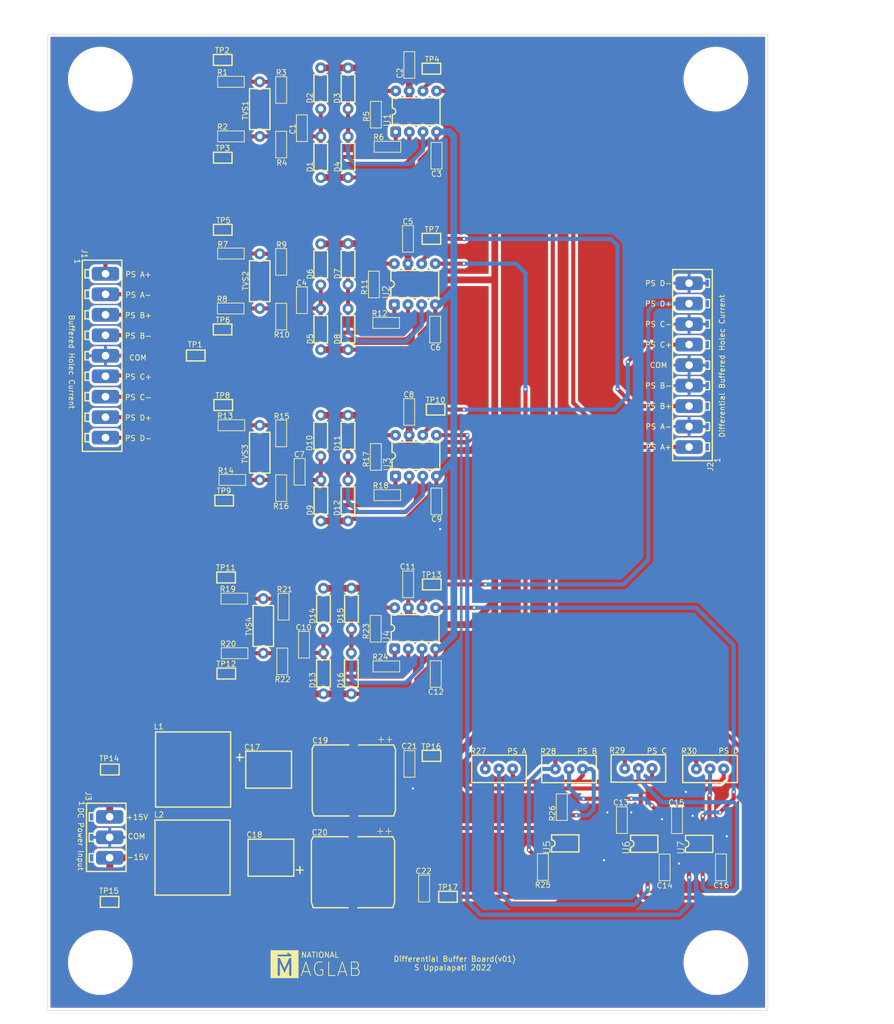
<source format=kicad_pcb>
(kicad_pcb (version 20211014) (generator pcbnew)

  (general
    (thickness 1.6)
  )

  (paper "C")
  (title_block
    (title "Differential Buffer Board")
    (date "10/21/2022")
    (rev "v01")
    (company "NHMFL")
    (comment 1 "Sujana Uppalapati")
  )

  (layers
    (0 "F.Cu" signal)
    (31 "B.Cu" signal)
    (32 "B.Adhes" user "B.Adhesive")
    (33 "F.Adhes" user "F.Adhesive")
    (34 "B.Paste" user)
    (35 "F.Paste" user)
    (36 "B.SilkS" user "B.Silkscreen")
    (37 "F.SilkS" user "F.Silkscreen")
    (38 "B.Mask" user)
    (39 "F.Mask" user)
    (40 "Dwgs.User" user "User.Drawings")
    (41 "Cmts.User" user "User.Comments")
    (42 "Eco1.User" user "User.Eco1")
    (43 "Eco2.User" user "User.Eco2")
    (44 "Edge.Cuts" user)
    (45 "Margin" user)
    (46 "B.CrtYd" user "B.Courtyard")
    (47 "F.CrtYd" user "F.Courtyard")
    (48 "B.Fab" user)
    (49 "F.Fab" user)
    (50 "User.1" user)
    (51 "User.2" user)
    (52 "User.3" user)
    (53 "User.4" user)
    (54 "User.5" user)
    (55 "User.6" user)
    (56 "User.7" user)
    (57 "User.8" user)
    (58 "User.9" user)
  )

  (setup
    (stackup
      (layer "F.SilkS" (type "Top Silk Screen"))
      (layer "F.Paste" (type "Top Solder Paste"))
      (layer "F.Mask" (type "Top Solder Mask") (thickness 0.01))
      (layer "F.Cu" (type "copper") (thickness 0.035))
      (layer "dielectric 1" (type "core") (thickness 1.51) (material "FR4") (epsilon_r 4.5) (loss_tangent 0.02))
      (layer "B.Cu" (type "copper") (thickness 0.035))
      (layer "B.Mask" (type "Bottom Solder Mask") (thickness 0.01))
      (layer "B.Paste" (type "Bottom Solder Paste"))
      (layer "B.SilkS" (type "Bottom Silk Screen"))
      (copper_finish "None")
      (dielectric_constraints no)
    )
    (pad_to_mask_clearance 0)
    (pcbplotparams
      (layerselection 0x00010fc_ffffffff)
      (disableapertmacros false)
      (usegerberextensions false)
      (usegerberattributes true)
      (usegerberadvancedattributes true)
      (creategerberjobfile true)
      (svguseinch false)
      (svgprecision 6)
      (excludeedgelayer true)
      (plotframeref false)
      (viasonmask false)
      (mode 1)
      (useauxorigin false)
      (hpglpennumber 1)
      (hpglpenspeed 20)
      (hpglpendiameter 15.000000)
      (dxfpolygonmode true)
      (dxfimperialunits true)
      (dxfusepcbnewfont true)
      (psnegative false)
      (psa4output false)
      (plotreference true)
      (plotvalue true)
      (plotinvisibletext false)
      (sketchpadsonfab false)
      (subtractmaskfromsilk false)
      (outputformat 1)
      (mirror false)
      (drillshape 1)
      (scaleselection 1)
      (outputdirectory "")
    )
  )

  (net 0 "")
  (net 1 "Net-(C1-Pad2)")
  (net 2 "Net-(C1-Pad1)")
  (net 3 "GND")
  (net 4 "+15V")
  (net 5 "-15V")
  (net 6 "Net-(C4-Pad2)")
  (net 7 "Net-(C4-Pad1)")
  (net 8 "Net-(C7-Pad2)")
  (net 9 "Net-(C7-Pad1)")
  (net 10 "Net-(C10-Pad2)")
  (net 11 "Net-(C10-Pad1)")
  (net 12 "Net-(J1-Pad1)")
  (net 13 "Net-(J1-Pad2)")
  (net 14 "Net-(J1-Pad3)")
  (net 15 "Net-(J1-Pad4)")
  (net 16 "Net-(J1-Pad6)")
  (net 17 "Net-(J1-Pad7)")
  (net 18 "Net-(J1-Pad8)")
  (net 19 "Net-(J1-Pad9)")
  (net 20 "Net-(J2-Pad1)")
  (net 21 "Net-(J2-Pad3)")
  (net 22 "Net-(J2-Pad6)")
  (net 23 "Net-(J2-Pad8)")
  (net 24 "Net-(J3-Pad1)")
  (net 25 "Net-(J3-Pad3)")
  (net 26 "Net-(R5-Pad1)")
  (net 27 "Net-(R5-Pad2)")
  (net 28 "Net-(R6-Pad2)")
  (net 29 "Net-(R11-Pad1)")
  (net 30 "Net-(R11-Pad2)")
  (net 31 "Net-(R12-Pad2)")
  (net 32 "Net-(R17-Pad1)")
  (net 33 "Net-(R17-Pad2)")
  (net 34 "Net-(R18-Pad2)")
  (net 35 "Net-(R23-Pad1)")
  (net 36 "Net-(R23-Pad2)")
  (net 37 "Net-(R24-Pad2)")
  (net 38 "Net-(R25-Pad1)")
  (net 39 "Net-(R26-Pad2)")
  (net 40 "/Offset1")
  (net 41 "/Offset2")
  (net 42 "/Offset3")
  (net 43 "/Offset4")
  (net 44 "/Ref1")
  (net 45 "/Ref2")
  (net 46 "/Ref3")
  (net 47 "/Ref4")
  (net 48 "unconnected-(U5-Pad6)")

  (footprint "ap_Resistor_SMD:R_1206" (layer "F.Cu") (at 95.14 200.18))

  (footprint "KiCAD Library_SU:TestPoint_RCW-0C_SMD" (layer "F.Cu") (at 105.05 120.63))

  (footprint "KiCAD Library_SU:TestPoint_RCW-0C_SMD" (layer "F.Cu") (at 45.16 243.97))

  (footprint "KiCAD Library_SU:D_300" (layer "F.Cu") (at 90.14 205.28 90))

  (footprint "ap_Resistor_SMD:R_1206" (layer "F.Cu") (at 77.089 104.6226 90))

  (footprint "ap_Cap_SMD:C_1206" (layer "F.Cu") (at 80.52 162.446 -90))

  (footprint "KiCAD Library_SU:TestPoint_RCW-0C_SMD" (layer "F.Cu") (at 66.2178 105.537))

  (footprint "ap_Resistor_SMD:R_1206" (layer "F.Cu") (at 77.54 187.546 -90))

  (footprint "ap_Cap_SMD:C_1206" (layer "F.Cu") (at 105.746 135.99 -90))

  (footprint "KiCAD Library_SU:D_300" (layer "F.Cu") (at 89.535 129.1336 90))

  (footprint "KiCAD Library_SU:Bourns_3296W" (layer "F.Cu") (at 154.36 219.24))

  (footprint "KiCAD Library_SU:D_300" (layer "F.Cu") (at 90.17 193.24 90))

  (footprint "KiCAD Library_SU:TestPoint_RCW-0C_SMD" (layer "F.Cu") (at 66.881356 201.500377))

  (footprint "KiCAD Library_SU:D_300" (layer "F.Cu") (at 84.45 161.07 90))

  (footprint "ap_Resistor_SMD:R_1206" (layer "F.Cu") (at 77.09 155.306 -90))

  (footprint "KiCAD Library_SU:Bourns_3296W" (layer "F.Cu") (at 141.03 219.16))

  (footprint "ap_Pad_Hole:125_Hole_Iso" (layer "F.Cu") (at 157.988 255.27))

  (footprint "ap_DIP_Thru:DIP08_Thru" (layer "F.Cu") (at 98.36 164.78))

  (footprint "KiCAD Library_SU:D_300" (layer "F.Cu") (at 84.965 205.2802 90))

  (footprint "ap_SOIC:SOIC-8" (layer "F.Cu") (at 128.055 235.9575))

  (footprint "KiCAD Library_SU:TestPoint_RCW-0C_SMD" (layer "F.Cu") (at 66.2178 118.9482))

  (footprint "KiCAD Library_SU:D_300" (layer "F.Cu") (at 89.535 141.2494 90))

  (footprint "KiCAD Library_SU:TestPoint_RCW-0C_SMD" (layer "F.Cu") (at 105.83 152.39))

  (footprint "KiCAD Library_SU:TestPoint_RCW-0C_SMD" (layer "F.Cu") (at 108.136315 243.017901))

  (footprint "ap_Resistor_SMD:R_1206" (layer "F.Cu") (at 94.7166 99.06 90))

  (footprint "ap_Cap_SMD:C_1206" (layer "F.Cu") (at 80.9498 130.5306 -90))

  (footprint "KiCAD Library_SU:TestPoint_RCW-0C_SMD" (layer "F.Cu") (at 105.12 184.92))

  (footprint "ap_Resistor_SMD:R_1206" (layer "F.Cu") (at 66.896 197.72))

  (footprint "ap_Cap_SMD:C_1206" (layer "F.Cu") (at 150.748511 230.307948 90))

  (footprint "KiCAD Library_SU:D_300" (layer "F.Cu") (at 84.455 129.1844 90))

  (footprint "ap_Cap_SMD:C_1206" (layer "F.Cu") (at 100.91 154.354 90))

  (footprint "ap_Pad_Hole:125_Hole_Iso" (layer "F.Cu") (at 157.988 90.932))

  (footprint "ap_DIP_Thru:DIP08_Thru" (layer "F.Cu") (at 98.3996 100.7364))

  (footprint "KiCAD Library_SU:D_400" (layer "F.Cu") (at 73.1012 91.4146 -90))

  (footprint "KiCAD Library_SU:D_400" (layer "F.Cu") (at 73.1012 123.4186 -90))

  (footprint "KiCAD Library_SU:Bourns_3296W" (layer "F.Cu") (at 115.08 219.23))

  (footprint "ap_Resistor_SMD:R_1206" (layer "F.Cu") (at 77.089 91.4146 -90))

  (footprint "KiCAD Library_SU:TestPoint_RCW-0C_SMD" (layer "F.Cu") (at 66.48 169.3))

  (footprint "ap_Pad_Hole:125_Hole_Iso" (layer "F.Cu") (at 43.434 90.932))

  (footprint "ap_Resistor_SMD:R_1206" (layer "F.Cu") (at 77.299222 200.765928 90))

  (footprint "ap_Connector_Phoenix:MCV_3Pin_1803439" (layer "F.Cu") (at 45.175 228.16 -90))

  (footprint "ap_SOIC:SOIC-8" (layer "F.Cu") (at 152.975 236.0375))

  (footprint "KiCAD Library_SU:C_Tant_3024" (layer "F.Cu") (at 78.10375 235.76 -90))

  (footprint "ap_SOIC:SOIC-8" (layer "F.Cu") (at 142.745 236.0175))

  (footprint "ap_Resistor_SMD:R_1206" (layer "F.Cu") (at 66.476 165.48))

  (footprint "KiCAD Library_SU:C_Tant_3024" (layer "F.Cu") (at 71.83625 219.38 90))

  (footprint "KiCAD Library_SU:D_300" (layer "F.Cu") (at 84.455 141.2494 90))

  (footprint "ap_Cap_SMD:C_1206" (layer "F.Cu") (at 105.986442 167.945533 -90))

  (footprint "ap_Resistor_SMD:R_1206" (layer "F.Cu") (at 66.2178 101.5746))

  (footprint "ap_Cap_SMD:C_1206" (layer "F.Cu") (at 80.9498 98.5266 -90))

  (footprint "KiCAD Library_SU:220uH_HDS124-221MTR" (layer "F.Cu") (at 55.62 219.35 90))

  (footprint "ap_Resistor_SMD:R_1206" (layer "F.Cu") (at 94.3484 130.6412 90))

  (footprint "ap_Resistor_SMD:R_1206" (layer "F.Cu") (at 77.089 136.6266 90))

  (footprint "KiCAD Library_SU:D_300" (layer "F.Cu") (at 84.48 173.12 90))

  (footprint "ap_Resistor_SMD:R_1206" (layer "F.Cu") (at 66.846 187.57))

  (footprint "KiCAD Library_SU:TestPoint_RCW-0C_SMD" (layer "F.Cu") (at 105.07 216.81))

  (footprint "KiCAD Library_SU:220uH_HDS124-221MTR" (layer "F.Cu") (at 55.51 235.74 90))

  (footprint "ap_Cap_SMD:C_1206" (layer "F.Cu") (at 100.69 122.154 90))

  (footprint "KiCAD Library_SU:D_300" (layer "F.Cu") (at 84.965 193.266 90))

  (footprint "ap_Resistor_SMD:R_1206" (layer "F.Cu") (at 94.71 162.724 90))

  (footprint "KiCAD Library_SU:D_300" (layer "F.Cu") (at 89.535 109.22 90))

  (footprint "ap_DIP_Thru:DIP08_Thru" (layer "F.Cu") (at 98.21 196.88))

  (footprint "KiCAD Library_SU:D_400" (layer "F.Cu") (at 73.76 187.56 -90))

  (footprint "ap_Resistor_SMD:R_1206" (layer "F.Cu") (at 94.68 194.694 90))

  (footprint "KiCAD Library_SU:TestPoint_RCW-0C_SMD" (layer "F.Cu") (at 45.201742 219.349999))

  (footprint "ap_Resistor_SMD:R_1206" (layer "F.Cu") (at 66.216 123.37))

  (footprint "ap_Resistor_SMD:R_1206" (layer "F.Cu") (at 77.089 123.3932 -90))

  (footprint "KiCAD Library_SU:C_Electrolytic_SMD_EMVY101ARA101MKE0S" (layer "F.Cu") (at 90.46 233.89))

  (footprint "KiCAD Library_SU:TestPoint_RCW-0C_SMD" (layer "F.Cu") (at 66.31 151.54))

  (footprint "ap_Resistor_SMD:R_1206" (layer "F.Cu") (at 66.176 133.59))

  (footprint "KiCAD Library_SU:D_300" (layer "F.Cu") (at 89.53 161.07 90))

  (footprint "KiCAD Library_SU:D_300" (layer "F.Cu") (at 89.535 96.4438 90))

  (footprint "ap_Resistor_SMD:R_1206" (layer "F.Cu") (at 66.2178 91.4146))

  (footprint "KiCAD Library_SU:TestPoint_RCW-0C_SMD" (layer "F.Cu") (at 61.19 142.33))

  (footprint "KiCAD Library_SU:MCV_9Pin_1803497" (layer "F.Cu") (at 153 159.36 90))

  (footprint "ap_Cap_SMD:C_1206" (layer "F.Cu") (at 158.93873 236.022736 -90))

  (footprint "ap_Resistor_SMD:R_1206" (layer "F.Cu") (at 95.106 136.27))

  (footprint "KiCAD Library_SU:D_300" (layer "F.Cu") (at 84.455 109.22 90))

  (footprint "KiCAD Library_SU:TestPoint_RCW-0C_SMD" (layer "F.Cu") (at 66.846 183.6284))

  (footprint "ap_Resistor_SMD:R_1206" (layer "F.Cu") (at 125.8 235.966 -90))

  (footprint "ap_Cap_SMD:C_1206" (layer "F.Cu") (at 105.9942 103.6574 -90))

  (footprint "KiCAD Library_SU:TestPoint_RCW-0C_SMD" (layer "F.Cu") (at 66.18 137.49))

  (footprint "ap_Cap_SMD:C_1206" (layer "F.Cu") (at 140.5 230.294 90))

  (footprint "ap_Resistor_SMD:R_1206" (layer "F.Cu") (at 95.3516 103.505))

  (footprint "ap_Resistor_SMD:R_1206" (layer "F.Cu") (at 66.296 155.31))

  (footprint "ap_Cap_SMD:C_1206" (layer "F.Cu") (at 148.45 236.036 -90))

  (footprint "KiCAD Library_SU:MCV_9Pin_1803497" (layer "F.Cu") (at 44.395 127.14 -90))

  (footprint "KiCAD Library_SU:D_400" (layer "F.Cu") (at 73.1012 155.321 -90))

  (footprint "KiCAD Library_SU:D_300" (layer "F.Cu") (at 84.455 96.4438 90))

  (footprint "ap_Resistor_SMD:R_1206" (layer "F.Cu") (at 129.31 224.826 -90))

  (footprint "ap_Pad_Hole:125_Hole_Iso" (layer "F.Cu") (at 43.434 255.27))

  (footprint "ap_PCB_Misc:Maglab_Logo" (layer "F.Cu")
    (tedit 5F3FD4DC) (tstamp db7b6a26-e8df-49bc-b431-14473f8b5145)
    (at 75.175 258.105)
    (property "Sheetfile" "Differential buffer Board.kicad_sch")
    (property "Sheetname" "")
    (path "/2addcdcc-c97e-4465-af50-66952ad6a2ae")
    (attr smd)
    (fp_text reference "M1" (at 2.0574 3.13436) (layer "F.SilkS") hide
      (effects (font (size 1 1) (thickness 0.15)))
      (tstamp 7d11ac17-3e8f-409e-a744-4cdb928af9f7)
    )
    (fp_text value "MAGLAB_LOGO_1_2" (at 2.62382 1.36652) (layer "F.Fab") hide
      (effects (font (size 1 1) (thickness 0.15)))
      (tstamp 991568a5-0322-45bc-985c-beb74589687f)
    )
    (fp_text user "NATIONAL" (at 9.144 -4.2545) (layer "F.SilkS")
      (effects (font (size 1.016 1.016) (thickness 0.15)))
      (tstamp 503da755-1715-4490-ae19-ba0369fef450)
    )
    (fp_text user "AGLAB" (at 11.176 -1.5875) (layer "F.SilkS")
      (effects (font (size 2.54 2.54) (thickness 0.15)))
      (tstamp f63b57f8-69d6-4323-968a-4dd8350bde07)
    )
    (fp_line (start 2.54254 -2.5527) (end 2.89052 -3.45694) (layer "F.SilkS") (width 0.127) (tstamp 017c250b-8df8-4ba9-ac9c-7c2e42076005))
    (fp_line (start 1.6891 -2.63652) (end 1.6891 -2.68732) (layer "F.SilkS") (width 0.01016) (tstamp 0199c156-48fa-479b-9b37-eb51b97e435e))
    (fp_line (start 4.953 -0.127) (end 4.953 -4.953) (layer "F.SilkS") (width 0.254) (tstamp 01fde9c3-1c64-4bcb-bb55-b7041f1d5e5f))
    (fp_line (start 2.35204 -3.31978) (end 2.53746 -2.97434) (layer "F.SilkS") (width 0.127) (tstamp 039e8aa3-e010-4b30-a8c4-c0fc28742e07))
    (fp_line (start 2.47396 -3.26644) (end 2.55778 -3.1369) (layer "F.SilkS") (width 0.127) (tstamp 0562d24e-5bc2-447f-b3cd-b32534033100))
    (fp_line (start 3.937 -3.8735) (end 3.937 -4.0005) (layer "F.SilkS") (width 0.12) (tstamp 07079f09-c278-4941-95f7-653a0dfea2cf))
    (fp_line (start 1.7018 -2.1844) (end 1.7018 -2.5908) (layer "F.SilkS") (width 0.0508) (tstamp 08e0b573-53ca-4543-a2cd-81f5ca62a87e))
    (fp_line (start 3.39344 -2.54) (end 3.39852 -2.54) (layer "F.SilkS") (width 0.01016) (tstamp 09305890-1799-4a93-a566-bae96c6541d8))
    (fp_line (start 3.8862 -4.318) (end 2.9464 -4.8768) (layer "F.SilkS") (width 0.12) (tstamp 0fa45c82-0ac7-4e34-8562-dd8d71bc81ef))
    (fp_line (start 1.905 -1.9558) (end 1.8796 -1.7526) (layer "F.SilkS") (width 0.12) (tstamp 1078bfc2-8a62-4dfa-9b56-6671de559e10))
    (fp_line (start 3.31978 -2.46888) (end 3.3274 -2.46634) (layer "F.SilkS") (width 0.01016) (tstamp 129b4aa5-fed6-44f2-b1ba-4cc0511cff17))
    (fp_line (start 3.37566 -2.59588) (end 3.37312 -2.56794) (layer "F.SilkS") (width 0.01016) (tstamp 12df349b-a589-49fd-a00f-2dbe3844a97c))
    (fp_line (start 3.38074 -2.6543) (end 3.38582 -2.66954) (layer "F.SilkS") (width 0.01016) (tstamp 1600b990-c334-4d32-999d-08875e26209c))
    (fp_line (start 0.381 -0.254) (end 0.762 -0.254) (layer "F.SilkS") (width 0.12) (tstamp 165a2f2d-2805-4eac-b32a-eae5226959fc))
    (fp_line (start 3.937 -4.0005) (end 3.8735 -3.937) (layer "F.SilkS") (width 0.12) (tstamp 175dc8df-0ccf-470b-86a9-ff0e4dd39198))
    (fp_line (start 2.667 -0.7874) (end 2.9718 -0.8128) (layer "F.SilkS") (width 0.12) (tstamp 176c9908-114f-4581-bb33-62855d4c5c73))
    (fp_line (start 4.318 -0.381) (end 4.318 -4.7625) (layer "F.SilkS") (width 0.12) (tstamp 184f3f3c-0d65-4ca9-a0d9-1fbd84941988))
    (fp_line (start 1.143 -0.381) (end 1.143 -4.826) (layer "F.SilkS") (width 0.254) (tstamp 1a908d17-4a78-4baa-b6e2-9d6c21682947))
    (fp_line (start 1.68148 -2.71526) (end 1.75768 -2.53746) (layer "F.SilkS") (width 0.01016) (tstamp 1bf90d0b-a596-46ad-9f90-720ae39443bf))
    (fp_line (start 3.302 -2.1336) (end 3.3274 -2.3114) (layer "F.SilkS") (width 0.12) (tstamp 20cbcd07-0bbe-4696-8ce5-20b1d7ca5cdc))
    (fp_line (start 3.048 -0.7874) (end 3.0734 -1.7018) (layer "F.SilkS") (width 0.12) (tstamp 211ac38b-5392-44cf-986d-fae5709fde1e))
    (fp_line (start 2.9972 -4.3688) (end 2.921 -4.3942) (layer "F.SilkS") (width 0.0508) (tstamp 21a66da3-11f6-42c6-acf8-92407d4db888))
    (fp_line (start 2.0574 -0.7874) (end 2.0574 -1.5494) (layer "F.SilkS") (width 0.12) (tstamp 22160b6c-9831-476a-9b9a-15032f4ce243))
    (fp_line (start 2.53746 -2.97434) (end 2.64414 -3.27406) (layer "F.SilkS") (width 0.127) (tstamp 228fb100-3973-447b-869f-d84824ca68f2))
    (fp_line (start 3.38836 -2.63906) (end 3.38836 -2.55778) (layer "F.SilkS") (width 0.01016) (tstamp 25a5a7db-68ff-4c73-8590-39cb79b202fa))
    (fp_line (start 3.0734 -4.3434) (end 2.8702 -4.4704) (layer "F.SilkS") (width 0.0508) (tstamp 25dac59b-55d2-4842-867a-008e552d67a7))
    (fp_line (start 0.127 -4.953) (end 0.127 -0.127) (layer "F.SilkS") (width 0.254) (tstamp 26293312-1dcf-439b-84d0-9debfb1876ad))
    (fp_line (start 2.76352 -3.3655) (end 2.35204 -3.31978) (layer "F.SilkS") (width 0.127) (tstamp 29a67d15-1875-4623-904a-baed9a4ef72e))
    (fp_line (start 1.88468 -3.66522) (end 2.55524 -2.12852) (layer "F.SilkS") (width 0.127) (tstamp 2c7beebb-3daa-41cb-bb59-32663352277c))
    (fp_line (start 3.33756 -2.47142) (end 3.34518 -2.4638) (layer "F.SilkS") (width 0.01016) (tstamp 2e5bbe33-d8f8-44d8-b8f2-eb6495adc356))
    (fp_line (start 0.762 -0.254) (end 0.762 -4.826) (layer "F.SilkS") (width 0.508) (tstamp 31f0f32c-eee8-4f95-9730-deb22bbfca4e))
    (fp_line (start 2.7432 -4.6228) (end 2.6416 -4.5466) (layer "F.SilkS") (width 0.12) (tstamp 350ad1a0-e11b-4ca3-bf44-5de2a7e2864f))
    (fp_line (start 2.0066 -1.6764) (end 1.905 -1.9558) (layer "F.SilkS") (width 0.12) (tstamp 354754e7-9021-4240-8a7a-54762c9a9d7b))
    (fp_line (start 0.254 -0.254) (end 0.254 -4.953) (layer "F.SilkS") (width 0.12) (tstamp 3581aec9-99ac-4b63-8994-8e3bfed6c561))
    (fp_line (start 5.08 0) (end 5.08 -5.08) (layer "F.SilkS") (width 0.12) (tstamp 39461d43-f4ad-422b-911e-c6da4920195a))
    (fp_line (start 1.778 -0.381) (end 1.778 -2.159) (layer "F.SilkS") (width 0.2032) (tstamp 39fcdf27-0369-44ea-80c0-2a71d848e0e8))
    (fp_line (start 2.8956 -1.016) (end 3.2258 -2.032) (layer "F.SilkS") (width 0.12) (tstamp 3a0bbbf6-22e5-4a6e-96ab-361e7300ee44))
    (fp_line (start 1.6891 -2.68732) (end 1.70688 -2.63906) (layer "F.SilkS") (width 0.01016) (tstamp 3ce98162-7951-4f56-9f20-9f4968eeaacf))
    (fp_line (start 0.381 -4.826) (end 0.381 -0.254) (layer "F.SilkS") (width 0.508) (tstamp 40e93a21-bff6-430d-8432-7b57b239bddf))
    (fp_line (start 1.68148 -2.61366) (end 1.68148 -2.71526) (layer "F.SilkS") (width 0.01016) (tstamp 41587faf-044b-4881-8c33-50383a4c0ef3))
    (fp_line (start 2.413 -0.9906) (end 1.7526 -2.413) (layer "F.SilkS") (width 0.12) (tstamp 439570a8-d731-4520-82e2-9d8142020ae0))
    (fp_line (start 4.0005 -3.81) (end 4.0005 -3.7465) (layer "F.SilkS") (width 0.12) (tstamp 4433503e-9d60-468d-8475-7c1aed3a6d2c))
    (fp_line (start 3.37312 -2.6035) (end 3.31978 -2.46888) (layer "F.SilkS") (width 0.01016) (tstamp 489e62c7-ed7d-44a6-80d6-e64dd48b50aa))
    (fp_line (start 3.0988 -4.9022) (end 2.8956 -4.7244) (layer "F.SilkS") (width 0.12) (tstamp 4b8dfffe-755b-4cf5-934f-697236b628cf))
    (fp_line (start 2.794 -4.445) (end 2.794 -4.826) (layer "F.SilkS") (width 0.2032) (tstamp 4e418fad-c81c-41af-b616-d19f0ff07235))
    (fp_line (start 2.64414 -3.27406) (end 2.47396 -3.26644) (layer "F.SilkS") (width 0.127) (tstamp 5171f5ea-964c-4881-86d0-70a4164dd4b0))
    (fp_line (start 1.143 -3.8735) (end 3.937 -3.8735) (layer "F.SilkS") (width 0.12) (tstamp 57a8bc2a-80a1-4643-ac9c-578e7b4828ce))
    (fp_line (start 3.28422 -2.44094) (end 3.28676 -2.4511) (layer "F.SilkS") (width 0.01016) (tstamp 58f7039d-bd85-4596-8366-d995c4eda932))
    (fp_line (start 2.1336 -0.8128) (end 2.1082 -1.27) (layer "F.SilkS") (width 0.12) (tstamp 5a4788a8-5f2f-4eec-9224-061c2dc0fc49))
    (fp_line (start 3.39852 -2.71018) (end 3.38836 -2.63906) (layer "F.SilkS") (width 0.01016) (tstamp 5b560fb1-e297-49b3-b6dc-df5ed6657bad))
    (fp_line (start 1.76784 -3.7084) (end 2.55016 -1.98374) (layer "F.SilkS") (width 0.127) (tstamp 5f9323c7-aeb3-4310-9a11-c379f6e3ef8c))
    (fp_line (start 3.29946 -2.45872) (end 3.31216 -2.47142) (layer "F.SilkS") (width 0.01016) (tstamp 616c3e10-22bc-4ae7-95a9-10a47e9a575b))
    (fp_line (start 1.65862 -3.71856) (end 1.66878 -3.68808) (layer "F.SilkS") (width 0.0508) (tstamp 627fa17f-81c5-46de-8522-4a872f6203c8))
    (fp_line (start 3.38074 -2.56032) (end 3.38074 -2.6543) (layer "F.SilkS") (width 0.01016) (tstamp 62a02913-fa0b-421c-91bf-47f987753405))
    (fp_line (start 3.3782 -2.159) (end 3.3782 -2.54) (layer "F.SilkS") (width 0.0508) (tstamp 6c639580-ce2a-4f99-8635-f6ffe9695024))
    (fp_line (start 4.064 -0.381) (end 4.064 -4.826) (layer "F.SilkS") (width 0.508) (tstamp 6f7fbf0e-21d5-4ddf-85f3-b234ac09ee76))
    (fp_line (start 3.3528 -4.8006) (end 3.81 -4.6482) (layer "F.SilkS") (width 0.12) (tstamp 70c2936a-ec49-43fc-a5be-ecb0da84792a))
    (fp_line (start 3.37312 -2.56794) (end 3.37058 -2.56286) (layer "F.SilkS") (width 0.01016) (tstamp 740c7854-f509-48e0-823d-b66c7fc6378a))
    (fp_line (start 2.413 -0.7366) (end 2.1336 -0.8128) (layer "F.SilkS") (width 0.12) (tstamp 742182df-4773-492a-a674-24d332862366))
    (fp_line (start 2.54254 -1.82118) (end 3.42646 -3.72364) (layer "F.SilkS") (width 0.0508) (tstamp 76c427a2-cd79-4240-bd39-896ea91227fc))
    (fp_line (start 3.12674 -4.33324) (end 3.08102 -4.36118) (layer "F.SilkS") (width 0.0254) (tstamp 7767ee0d-77ea-44f2-be16-2cdfb8c78cbc))
    (fp_line (start 1.8034 -2.3876) (end 1.7018 -2.6162) (layer "F.SilkS") (width 0.0508) (tstamp 779ee56c-fd7d-4ef8-a12f-6c85b6566949))
    (fp_line (start 3.39852 -2.54) (end 3.39852 -2.71018) (layer "F.SilkS") (width 0.01016) (tstamp 77ba834d-f499-4036-bc09-4ebdb8562ee6))
    (fp_line (start 0 0) (end 5.08 0) (layer "F.SilkS") (width 0.12) (tstamp 78037854-8c09-4253-ba3f-a27b561b9c23))
    (fp_line (start 2.54254 -1.89738) (end 1.71704 -3.70078) (layer "F.SilkS") (width 0.0508) (tstamp 785e8cb7-9a04-46fc-9499-ebb325819f99))
    (fp_line (start 0.127 -0.127) (end 4.953 -0.127) (layer "F.SilkS") (width 0.254) (tstamp 7b3388ca-82b0-4b06-b1f9-e95c1ecd8508))
    (fp_line (start 3.302 -0.381) (end 3.302 -2.159) (layer "F.SilkS") (width 0.2032) (tstamp 7ba4686b-dbd9-42a2-ba04-8356a7e83001))
    (fp_line (start 3.3274 -2.413) (end 2.3368 -0.2794) (layer "F.SilkS") (width 0.12) (tstamp 7dab7c9f-f6cc-4779-9309-2dcf27103e84))
    (fp_line (start 4.0005 -3.7465) (end 1.143 -3.7465) (layer "F.SilkS") (width 0.12) (tstamp 7e8c4ade-f5ec-4979-a478-6515f1fc963d))
    (fp_line (start 0.254 -4.953) (end 0.381 -4.826) (layer "F.SilkS") (width 0.12) (tstamp 815846b2-4187-4407-92f0-723bc1fd66f2))
    (fp_line (start 3.429 -4.826) (end 3.8354 -4.8006) (layer "F.SilkS") (width 0.12) (tstamp 8276e6d6-b257-4aa0-b9b4-a5e835a0af4a))
    (fp_line (start 0.254 -0.254) (end 4.826 -0.254) (layer "F.SilkS") (width 0.254) (tstamp 83855b9d-cfaf-4bd7-9658-9d1c48111d86))
    (fp_line (start 1.7272 -2.4638) (end 1.7272 -2.4892) (layer "F.SilkS") (width 0.0508) (tstamp 83fde1aa-60a9-4ad8-bf43-488d9bee823c))
    (fp_line (start 0.508 -0.381) (end 0.508 -4.826) (layer "F.SilkS") (width 0.12) (tstamp 84898691-d4a7-4c37-9b18-d077149aba09))
    (fp_line (start 3.1496 -4.8768) (end 3.8354 -4.445) (layer "F.SilkS") (width 0.12) (tstamp 89d369e5-ad2a-4db4-8ee3-f6a735f49a75))
    (fp_line (start 2.9718 -0.8128) (end 2.9718 -1.3716) (layer "F.SilkS") (width 0.12) (tstamp 8a2db917-578f-4109-895d-ec4a7f4686d0))
    (fp_line (start 3.38582 -2.66954) (end 3.29946 -2.45872) (layer "F.SilkS") (width 0.01016) (tstamp 8eca3764-bf93-4670-9172-b850fcbbecb3))
    (fp_line (start 3.3528 -2.49936) (end 3.35026 -2.4638) (layer "F.SilkS") (width 0.01016) (tstamp 92051e74-82dd-4c58-9bbd-d8f86737302e))
    (fp_line (start 1.66878 -3.68808) (end 2.54254 -1.82118) (layer "F.SilkS") (width 0.0508) (tstamp 969bf513-6a3c-419e-8e8e-112ea856ad76))
    (fp_line (start 2.0574 -1.5494) (end 2.0574 -1.6002) (layer "F.SilkS") (width 0.12) (tstamp 96f6bbef-0e94-4484-a297-2521893282f6))
    (fp_line (start 1.143 -4.826) (end 2.667 -4.826) (layer "F.SilkS") (width 0.12) (tstamp 9a049100-a546-4734-ac74-fe3ab8f92bee))
    (fp_line (start 1.2065 -3.81) (end 4.0005 -3.81) (layer "F.SilkS") (width 0.12) (tstamp 9b49c9e2-e2c3-4df3-bbbc-74dc5c007436))
    (fp_line (start 3.175 -0.3556) (end 3.175 -1.8288) (layer "F.SilkS") (width 0.2032) (tstamp 9fd5f551-fc57-4b82-baf1-c754026a9bd6))
    (fp_line (start 2.89052 -3.45694) (end 2.2352 -3.37312) (layer "F.SilkS") (width 0.127) (tstamp a48cbe36-bece-4165-acf7-8f0b89aaa3eb))
    (fp_line (start 3.37566 -3.69316) (end 2.54254 -1.89738) (layer "F.SilkS") (width 0.0508) (tstamp a78bab10-f605-4ac8-80fe-f52067b6e77b))
    (fp_line (start 1.8034 -2.1336) (end 1.7526 -2.286) (layer "F.SilkS") (width 0.12) (tstamp a87fa115-e9ff-4f8c-9654-41230db66031))
    (fp_line (start 2.8448 -4.445) (end 2.8956 -4.3942) (layer "F.SilkS") (width 0.12) (tstamp a88ade1b-9a22-4906-9465-47466cba98fa))
    (fp_line (start 3.81 -4.7244) (end 3.429 -4.826) (layer "F.SilkS") (width 0.12) (tstamp a8ebb428-c25d-4fc9-bad5-efcb13bc5a38))
    (fp_line (start 3.3274 -2.46634) (end 3.37566 -2.59588) (layer "F.SilkS") (width 0.01016) (tstamp a8fe809f-e73f-402d-b97d-5213f976bfce))
    (fp_line (start 1.69164 -2.65938) (end 1.69672 -2.6416) (layer "F.SilkS") (width 0.01016) (tstamp a95800ec-19a3-4108-94fb-5740a9e9ae1c))
    (fp_line (start 2.0574 -1.6002) (end 2.413 -0.7366) (layer "F.SilkS") (width 0.12) (tstamp a9f8f5a4-296d-4560-b759-0f93a4fb498f))
    (fp_line (start 2.55524 -2.12852) (end 3.1623 -3.62458) (layer "F.SilkS") (width 0.127) (tstamp ab30d751-f281-4c4a-8018-9fec618e1d62))
    (fp_line (start 3.1623 -3.62458) (end 2.00914 -3.57124) (layer "F.SilkS") (width 0.127) (tstamp aea871a9-9bb7-490e-98ec-62e4485a9d4e))
    (fp_line (start 2.1082 -1.27) (end 2.286 -0.8128) (layer "F.SilkS") (width 0.12) (tstamp af9b4154-1548-4de2-90a8-1f848ac8bfe3))
    (fp_line (start 2.8956 -4.7244) (end 2.921 -4.8006) (layer "F.SilkS") (width 0.12) (tstamp b2693105-980a-410d-a088-7f1796229cb1))
    (fp_line (start 2.8448 -4.5212) (end 3.0988 -4.9022) (layer "F.SilkS") (width 0.3048) (tstamp b5ffe06c-8409-4a90-a691-b955587c457a))
    (fp_line (start 1.016 -0.1905) (end 1.016 -4.8895) (layer "F.SilkS") (width 0.12) (tstamp b7fe1103-b8a8-4fee-a13f-78cdb5aaa12f))
    (fp_line (start 3.03022 -3.53822) (end
... [1360127 chars truncated]
</source>
